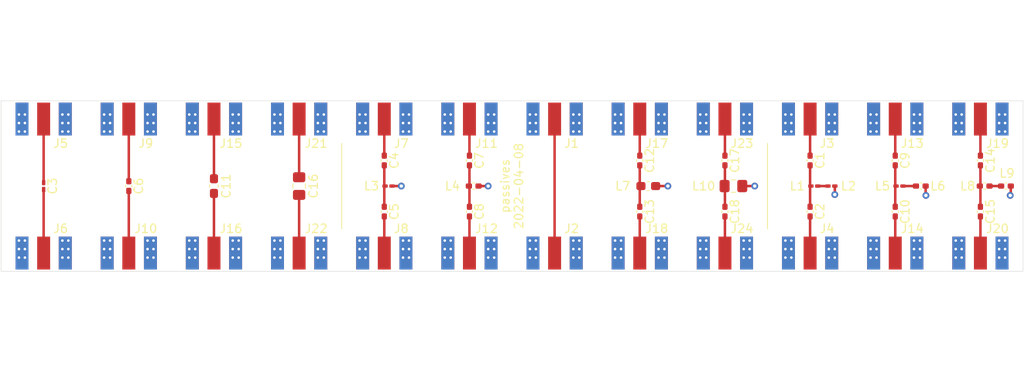
<source format=kicad_pcb>
(kicad_pcb (version 20221018) (generator pcbnew)
  (layers (0 "F.Cu" signal) (1 "In1.Cu" signal) (2 "In2.Cu" signal) (31 "B.Cu" signal) (34 "B.Paste" user) (35 "F.Paste" user) (36 "B.SilkS" user "B.Silkscreen") (37 "F.SilkS" user "F.Silkscreen") (38 "B.Mask" user) (39 "F.Mask" user) (44 "Edge.Cuts" user))
  (net 0 "")
  (net 1 "Net-(C1-Pad2)")
  (net 2 "Net-(C1-Pad1)")
  (net 3 "Net-(C2-Pad2)")
  (net 4 "Net-(C3-Pad2)")
  (net 5 "Net-(C3-Pad1)")
  (net 6 "Net-(C4-Pad2)")
  (net 7 "Net-(C4-Pad1)")
  (net 8 "Net-(C5-Pad2)")
  (net 9 "GND")
  (net 10 "Net-(C6-Pad1)")
  (net 11 "Net-(C7-Pad2)")
  (net 12 "Net-(C7-Pad1)")
  (net 13 "Net-(C8-Pad2)")
  (net 14 "Net-(C6-Pad2)")
  (net 15 "Net-(C12-Pad2)")
  (net 16 "Net-(C9-Pad1)")
  (net 17 "Net-(C10-Pad2)")
  (net 18 "Net-(C10-Pad1)")
  (net 19 "Net-(C11-Pad2)")
  (net 20 "Net-(C11-Pad1)")
  (net 21 "Net-(C12-Pad1)")
  (net 22 "Net-(C13-Pad2)")
  (net 23 "Net-(C14-Pad2)")
  (net 24 "Net-(C14-Pad1)")
  (net 25 "Net-(C15-Pad2)")
  (net 26 "Net-(J1-Pad1)")
  (net 27 "Net-(C16-Pad2)")
  (net 28 "Net-(C16-Pad1)")
  (net 29 "Net-(C17-Pad2)")
  (net 30 "Net-(C17-Pad1)")
  (net 31 "Net-(C18-Pad2)")
  (net 32 "Net-(L1-Pad2)")
  (net 33 "Net-(L5-Pad2)")
  (net 34 "Net-(L8-Pad2)")
  (footprint "passives:SMA-EDGE" (layer "F.Cu") (at 160 100 -90)
    (fp_text reference "J17")
    (fp_text value "Conn_Coaxial")
  )
  (footprint "Capacitor_SMD:C_0402_1005Metric_Pad0.74x0.62mm_HandSolder" (layer "F.Cu") (at 200 107 -90)
    (fp_text reference "C14")
    (fp_text value "C")
  )
  (footprint "Capacitor_SMD:C_0201_0603Metric_Pad0.64x0.40mm_HandSolder" (layer "F.Cu") (at 180.5 110)
    (fp_text reference "L1")
    (fp_text value "L")
  )
  (footprint "Capacitor_SMD:C_0402_1005Metric_Pad0.74x0.62mm_HandSolder" (layer "F.Cu") (at 203 110)
    (fp_text reference "L9")
    (fp_text value "L")
  )
  (footprint "Capacitor_SMD:C_0201_0603Metric_Pad0.64x0.40mm_HandSolder" (layer "F.Cu") (at 90 110 -90)
    (fp_text reference "C3")
    (fp_text value "C")
  )
  (footprint "Capacitor_SMD:C_0603_1608Metric_Pad1.08x0.95mm_HandSolder" (layer "F.Cu") (at 161 110)
    (fp_text reference "L7")
    (fp_text value "L")
  )
  (footprint "passives:SMA-EDGE" (layer "F.Cu") (at 180 100 -90)
    (fp_text reference "J3")
    (fp_text value "Conn_Coaxial")
  )
  (footprint "Capacitor_SMD:C_0402_1005Metric_Pad0.74x0.62mm_HandSolder" (layer "F.Cu") (at 140 107 -90)
    (fp_text reference "C7")
    (fp_text value "C")
  )
  (footprint "Capacitor_SMD:C_0805_2012Metric_Pad1.18x1.45mm_HandSolder" (layer "F.Cu") (at 171 110)
    (fp_text reference "L10")
    (fp_text value "L")
  )
  (footprint "Capacitor_SMD:C_0402_1005Metric_Pad0.74x0.62mm_HandSolder" (layer "F.Cu") (at 140.5 110)
    (fp_text reference "L4")
    (fp_text value "L")
  )
  (footprint "Capacitor_SMD:C_0402_1005Metric_Pad0.74x0.62mm_HandSolder" (layer "F.Cu") (at 180 113 -90)
    (fp_text reference "C2")
    (fp_text value "C")
  )
  (footprint "Capacitor_SMD:C_0201_0603Metric_Pad0.64x0.40mm_HandSolder" (layer "F.Cu") (at 130.5 110)
    (fp_text reference "L3")
    (fp_text value "L")
  )
  (footprint "passives:SMA-EDGE" (layer "F.Cu") (at 180 120 90)
    (fp_text reference "J4")
    (fp_text value "Conn_Coaxial")
  )
  (footprint "Capacitor_SMD:C_0402_1005Metric_Pad0.74x0.62mm_HandSolder" (layer "F.Cu") (at 193 110)
    (fp_text reference "L6")
    (fp_text value "L")
  )
  (footprint "passives:SMA-EDGE" (layer "F.Cu") (at 190 120 90)
    (fp_text reference "J14")
    (fp_text value "Conn_Coaxial")
  )
  (footprint "passives:SMA-EDGE" (layer "F.Cu") (at 160 120 90)
    (fp_text reference "J18")
    (fp_text value "Conn_Coaxial")
  )
  (footprint "passives:SMA-EDGE" (layer "F.Cu") (at 140 100 -90)
    (fp_text reference "J11")
    (fp_text value "Conn_Coaxial")
  )
  (footprint "passives:SMA-EDGE" (layer "F.Cu") (at 150 120 90)
    (fp_text reference "J2")
    (fp_text value "Conn_Coaxial")
  )
  (footprint "Capacitor_SMD:C_0402_1005Metric_Pad0.74x0.62mm_HandSolder" (layer "F.Cu") (at 170 113 -90)
    (fp_text reference "C18")
    (fp_text value "C")
  )
  (footprint "passives:SMA-EDGE" (layer "F.Cu") (at 130 120 90)
    (fp_text reference "J8")
    (fp_text value "Conn_Coaxial")
  )
  (footprint "passives:SMA-EDGE" (layer "F.Cu") (at 90 120 90)
    (fp_text reference "J6")
    (fp_text value "Conn_Coaxial")
  )
  (footprint "Capacitor_SMD:C_0402_1005Metric_Pad0.74x0.62mm_HandSolder" (layer "F.Cu") (at 160 113 -90)
    (fp_text reference "C13")
    (fp_text value "C")
  )
  (footprint "passives:SMA-EDGE" (layer "F.Cu") (at 90 100 -90)
    (fp_text reference "J5")
    (fp_text value "Conn_Coaxial")
  )
  (footprint "passives:SMA-EDGE" (layer "F.Cu") (at 140 120 90)
    (fp_text reference "J12")
    (fp_text value "Conn_Coaxial")
  )
  (footprint "Capacitor_SMD:C_0402_1005Metric_Pad0.74x0.62mm_HandSolder" (layer "F.Cu") (at 170 107 -90)
    (fp_text reference "C17")
    (fp_text value "C")
  )
  (footprint "Capacitor_SMD:C_0201_0603Metric_Pad0.64x0.40mm_HandSolder" (layer "F.Cu") (at 190.5 110)
    (fp_text reference "L5")
    (fp_text value "L")
  )
  (footprint "passives:SMA-EDGE" (layer "F.Cu") (at 200 120 90)
    (fp_text reference "J20")
    (fp_text value "Conn_Coaxial")
  )
  (footprint "passives:SMA-EDGE" (layer "F.Cu") (at 120 120 90)
    (fp_text reference "J22")
    (fp_text value "Conn_Coaxial")
  )
  (footprint "passives:SMA-EDGE" (layer "F.Cu") (at 110 100 -90)
    (fp_text reference "J15")
    (fp_text value "Conn_Coaxial")
  )
  (footprint "Capacitor_SMD:C_0402_1005Metric_Pad0.74x0.62mm_HandSolder" (layer "F.Cu") (at 200 113 -90)
    (fp_text reference "C15")
    (fp_text value "C")
  )
  (footprint "passives:SMA-EDGE" (layer "F.Cu") (at 190 100 -90)
    (fp_text reference "J13")
    (fp_text value "Conn_Coaxial")
  )
  (footprint "passives:SMA-EDGE" (layer "F.Cu") (at 100 100 -90)
    (fp_text reference "J9")
    (fp_text value "Conn_Coaxial")
  )
  (footprint "Capacitor_SMD:C_0402_1005Metric_Pad0.74x0.62mm_HandSolder" (layer "F.Cu") (at 130 113 -90)
    (fp_text reference "C5")
    (fp_text value "C")
  )
  (footprint "passives:SMA-EDGE" (layer "F.Cu") (at 200 100 -90)
    (fp_text reference "J19")
    (fp_text value "Conn_Coaxial")
  )
  (footprint "Capacitor_SMD:C_0402_1005Metric_Pad0.74x0.62mm_HandSolder" (layer "F.Cu") (at 190 107 -90)
    (fp_text reference "C9")
    (fp_text value "C")
  )
  (footprint "Capacitor_SMD:C_0805_2012Metric_Pad1.18x1.45mm_HandSolder" (layer "F.Cu") (at 120 110 -90)
    (fp_text reference "C16")
    (fp_text value "C")
  )
  (footprint "Capacitor_SMD:C_0402_1005Metric_Pad0.74x0.62mm_HandSolder" (layer "F.Cu") (at 180 107 -90)
    (fp_text reference "C1")
    (fp_text value "C")
  )
  (footprint "Capacitor_SMD:C_0201_0603Metric_Pad0.64x0.40mm_HandSolder" (layer "F.Cu") (at 182.5 110)
    (fp_text reference "L2")
    (fp_text value "L")
  )
  (footprint "passives:SMA-EDGE" (layer "F.Cu") (at 100 120 90)
    (fp_text reference "J10")
    (fp_text value "Conn_Coaxial")
  )
  (footprint "Capacitor_SMD:C_0402_1005Metric_Pad0.74x0.62mm_HandSolder" (layer "F.Cu") (at 200.5 110)
    (fp_text reference "L8")
    (fp_text value "L")
  )
  (footprint "Capacitor_SMD:C_0603_1608Metric_Pad1.08x0.95mm_HandSolder" (layer "F.Cu") (at 110 110 -90)
    (fp_text reference "C11")
    (fp_text value "C")
  )
  (footprint "passives:SMA-EDGE" (layer "F.Cu") (at 150 100 -90)
    (fp_text reference "J1")
    (fp_text value "Conn_Coaxial")
  )
  (footprint "Capacitor_SMD:C_0402_1005Metric_Pad0.74x0.62mm_HandSolder" (layer "F.Cu") (at 140 113 -90)
    (fp_text reference "C8")
    (fp_text value "C")
  )
  (footprint "Capacitor_SMD:C_0402_1005Metric_Pad0.74x0.62mm_HandSolder" (layer "F.Cu") (at 130 107 -90)
    (fp_text reference "C4")
    (fp_text value "C")
  )
  (footprint "passives:SMA-EDGE" (layer "F.Cu") (at 170 100 -90)
    (fp_text reference "J23")
    (fp_text value "Conn_Coaxial")
  )
  (footprint "Capacitor_SMD:C_0402_1005Metric_Pad0.74x0.62mm_HandSolder" (layer "F.Cu") (at 190 113 -90)
    (fp_text reference "C10")
    (fp_text value "C")
  )
  (footprint "passives:SMA-EDGE" (layer "F.Cu") (at 110 120 90)
    (fp_text reference "J16")
    (fp_text value "Conn_Coaxial")
  )
  (footprint "passives:SMA-EDGE" (layer "F.Cu") (at 170 120 90)
    (fp_text reference "J24")
    (fp_text value "Conn_Coaxial")
  )
  (footprint "passives:SMA-EDGE" (layer "F.Cu") (at 120 100 -90)
    (fp_text reference "J21")
    (fp_text value "Conn_Coaxial")
  )
  (footprint "passives:SMA-EDGE" (layer "F.Cu") (at 130 100 -90)
    (fp_text reference "J7")
    (fp_text value "Conn_Coaxial")
  )
  (footprint "Capacitor_SMD:C_0402_1005Metric_Pad0.74x0.62mm_HandSolder" (layer "F.Cu") (at 100 110 -90)
    (fp_text reference "C6")
    (fp_text value "C")
  )
  (footprint "Capacitor_SMD:C_0402_1005Metric_Pad0.74x0.62mm_HandSolder" (layer "F.Cu") (at 160 107 -90)
    (fp_text reference "C12")
    (fp_text value "C")
  )
  (gr_line (start 175 105) (end 175 115) (stroke (width 0.12)) (layer "F.SilkS"))
  (gr_line (start 125 105) (end 125 115) (stroke (width 0.12)) (layer "F.SilkS"))
  (gr_line (start 85 100) (end 205 100) (stroke (width 0.05)) (layer "Edge.Cuts"))
  (gr_line (start 85 120) (end 85 100) (stroke (width 0.05)) (layer "Edge.Cuts"))
  (gr_line (start 205 120) (end 85 120) (stroke (width 0.05)) (layer "Edge.Cuts"))
  (gr_line (start 205 100) (end 205 120) (stroke (width 0.05)) (layer "Edge.Cuts"))
  (gr_text "passives\n2022-04-08" (at 145 110 90) (layer "F.SilkS") (effects (font (size 1 1))))
  (segment (start 180 110.0925) (end 180.0925 110) (width 0.29337) (layer "F.Cu") (net 1))
  (segment (start 180 109.9075) (end 180.0925 110) (width 0.29337) (layer "F.Cu") (net 1))
  (segment (start 180 112.4325) (end 180 110.0925) (width 0.29337) (layer "F.Cu") (net 1))
  (segment (start 180 107.5675) (end 180 109.9075) (width 0.29337) (layer "F.Cu") (net 1))
  (segment (start 180 106.4325) (end 180 102.132) (width 0.29337) (layer "F.Cu") (net 2))
  (segment (start 180 113.5675) (end 180 117.868) (width 0.29337) (layer "F.Cu") (net 3))
  (segment (start 90 110.4075) (end 90 117.868) (width 0.29337) (layer "F.Cu") (net 4))
  (segment (start 90 109.5925) (end 90 102.132) (width 0.29337) (layer "F.Cu") (net 5))
  (segment (start 130 109.9075) (end 130.0925 110) (width 0.29337) (layer "F.Cu") (net 6))
  (segment (start 130 110.0925) (end 130.0925 110) (width 0.29337) (layer "F.Cu") (net 6))
  (segment (start 130 112.4325) (end 130 110.0925) (width 0.29337) (layer "F.Cu") (net 6))
  (segment (start 130 107.5675) (end 130 109.9075) (width 0.29337) (layer "F.Cu") (net 6))
  (segment (start 130 106.4325) (end 130 102.132) (width 0.29337) (layer "F.Cu") (net 7))
  (segment (start 130 113.5675) (end 130 117.868) (width 0.29337) (layer "F.Cu") (net 8))
  (segment (start 130.9075 110) (end 132 110) (width 0.29337) (layer "F.Cu") (net 9))
  (segment (start 193.5675 110) (end 193.5675 111.0675) (width 0.29337) (layer "F.Cu") (net 9))
  (segment (start 193.5675 111.0675) (end 193.6 111.1) (width 0.29337) (layer "F.Cu") (net 9))
  (segment (start 182.9075 110) (end 182.9075 110.9925) (width 0.29337) (layer "F.Cu") (net 9))
  (segment (start 161.8625 110) (end 163.3 110) (width 0.29337) (layer "F.Cu") (net 9))
  (segment (start 172.0375 110) (end 173.5 110) (width 0.29337) (layer "F.Cu") (net 9))
  (segment (start 203.5675 110) (end 203.5675 111.0325) (width 0.29337) (layer "F.Cu") (net 9))
  (segment (start 203.5675 111.0325) (end 203.5 111.1) (width 0.29337) (layer "F.Cu") (net 9))
  (segment (start 182.9075 110.9925) (end 182.9 111) (width 0.29337) (layer "F.Cu") (net 9))
  (segment (start 141.0675 110) (end 142.2 110) (width 0.29337) (layer "F.Cu") (net 9))
  (via (at 132 110) (size 0.8) (drill 0.4) (layers "F.Cu" "B.Cu") (net 9))
  (via (at 142.2 110) (size 0.8) (drill 0.4) (layers "F.Cu" "B.Cu") (net 9))
  (via (at 182.9 111) (size 0.8) (drill 0.4) (layers "F.Cu" "B.Cu") (net 9))
  (via (at 173.5 110) (size 0.8) (drill 0.4) (layers "F.Cu" "B.Cu") (net 9))
  (via (at 203.5 111.1) (size 0.8) (drill 0.4) (layers "F.Cu" "B.Cu") (net 9))
  (via (at 163.3 110) (size 0.8) (drill 0.4) (layers "F.Cu" "B.Cu") (net 9))
  (via (at 193.6 111.1) (size 0.8) (drill 0.4) (layers "F.Cu" "B.Cu") (net 9))
  (segment (start 100 109.4325) (end 100 102.132) (width 0.29337) (layer "F.Cu") (net 10))
  (segment (start 140 110) (end 139.9325 110) (width 0.29337) (layer "F.Cu") (net 11))
  (segment (start 140 107.5675) (end 140 109.9325) (width 0.29337) (layer "F.Cu") (net 11))
  (segment (start 140 109.9325) (end 139.9325 110) (width 0.29337) (layer "F.Cu") (net 11))
  (segment (start 140 112.4325) (end 140 110) (width 0.29337) (layer "F.Cu") (net 11))
  (segment (start 140 106.4325) (end 140 102.132) (width 0.29337) (layer "F.Cu") (net 12))
  (segment (start 140 113.5675) (end 140 117.868) (width 0.29337) (layer "F.Cu") (net 13))
  (segment (start 100 110.5675) (end 100 117.868) (width 0.29337) (layer "F.Cu") (net 14))
  (segment (start 160 107.5675) (end 160 109.8625) (width 0.29337) (layer "F.Cu") (net 15))
  (segment (start 160 109.8625) (end 160.1375 110) (width 0.29337) (layer "F.Cu") (net 15))
  (segment (start 160 112.4325) (end 160 110.1375) (width 0.29337) (layer "F.Cu") (net 15))
  (segment (start 160 110.1375) (end 160.1375 110) (width 0.29337) (layer "F.Cu") (net 15))
  (segment (start 190 106.4325) (end 190 102.132) (width 0.29337) (layer "F.Cu") (net 16))
  (segment (start 190 113.5675) (end 190 117.868) (width 0.29337) (layer "F.Cu") (net 17))
  (segment (start 190 110.0925) (end 190.0925 110) (width 0.29337) (layer "F.Cu") (net 18))
  (segment (start 190 107.5675) (end 190 109.9075) (width 0.29337) (layer "F.Cu") (net 18))
  (segment (start 190 109.9075) (end 190.0925 110) (width 0.29337) (layer "F.Cu") (net 18))
  (segment (start 190 112.4325) (end 190 110.0925) (width 0.29337) (layer "F.Cu") (net 18))
  (segment (start 110 110.8625) (end 110 117.868) (width 0.29337) (layer "F.Cu") (net 19))
  (segment (start 110 109.1375) (end 110 102.132) (width 0.29337) (layer "F.Cu") (net 20))
  (segment (start 160 106.4325) (end 160 102.132) (width 0.29337) (layer "F.Cu") (net 21))
  (segment (start 160 113.5675) (end 160 117.868) (width 0.29337) (layer "F.Cu") (net 22))
  (segment (start 200 109.9325) (end 199.9325 110) (width 0.29337) (layer "F.Cu") (net 23))
  (segment (start 200 110.0675) (end 199.9325 110) (width 0.29337) (layer "F.Cu") (net 23))
  (segment (start 200 112.4325) (end 200 110.0675) (width 0.29337) (layer "F.Cu") (net 23))
  (segment (start 200 107.5675) (end 200 109.9325) (width 0.29337) (layer "F.Cu") (net 23))
  (segment (start 200 102.132) (end 200 106.4325) (width 0.29337) (layer "F.Cu") (net 24))
  (segment (start 200 113.5675) (end 200 117.868) (width 0.29337) (layer "F.Cu") (net 25))
  (segment (start 150 102.132) (end 150 117.868) (width 0.29337) (layer "F.Cu") (net 26))
  (segment (start 120 111.0375) (end 120 117.868) (width 0.29337) (layer "F.Cu") (net 27))
  (segment (start 120 108.9625) (end 120 102.132) (width 0.29337) (layer "F.Cu") (net 28))
  (segment (start 170 107.5675) (end 170 109.9625) (width 0.29337) (layer "F.Cu") (net 29))
  (segment (start 170 110.0375) (end 169.9625 110) (width 0.29337) (layer "F.Cu") (net 29))
  (segment (start 170 112.4325) (end 170 110.0375) (width 0.29337) (layer "F.Cu") (net 29))
  (segment (start 170 109.9625) (end 169.9625 110) (width 0.29337) (layer "F.Cu") (net 29))
  (segment (start 170 106.4325) (end 170 102.132) (width 0.29337) (layer "F.Cu") (net 30))
  (segment (start 170 113.5675) (end 170 117.868) (width 0.29337) (layer "F.Cu") (net 31))
  (segment (start 180.9075 110) (end 182.0925 110) (width 0.29337) (layer "F.Cu") (net 32))
  (segment (start 190.9075 110) (end 192.4325 110) (width 0.29337) (layer "F.Cu") (net 33))
  (segment (start 201.0675 110) (end 202.4325 110) (width 0.29337) (layer "F.Cu") (net 34))
)
</source>
